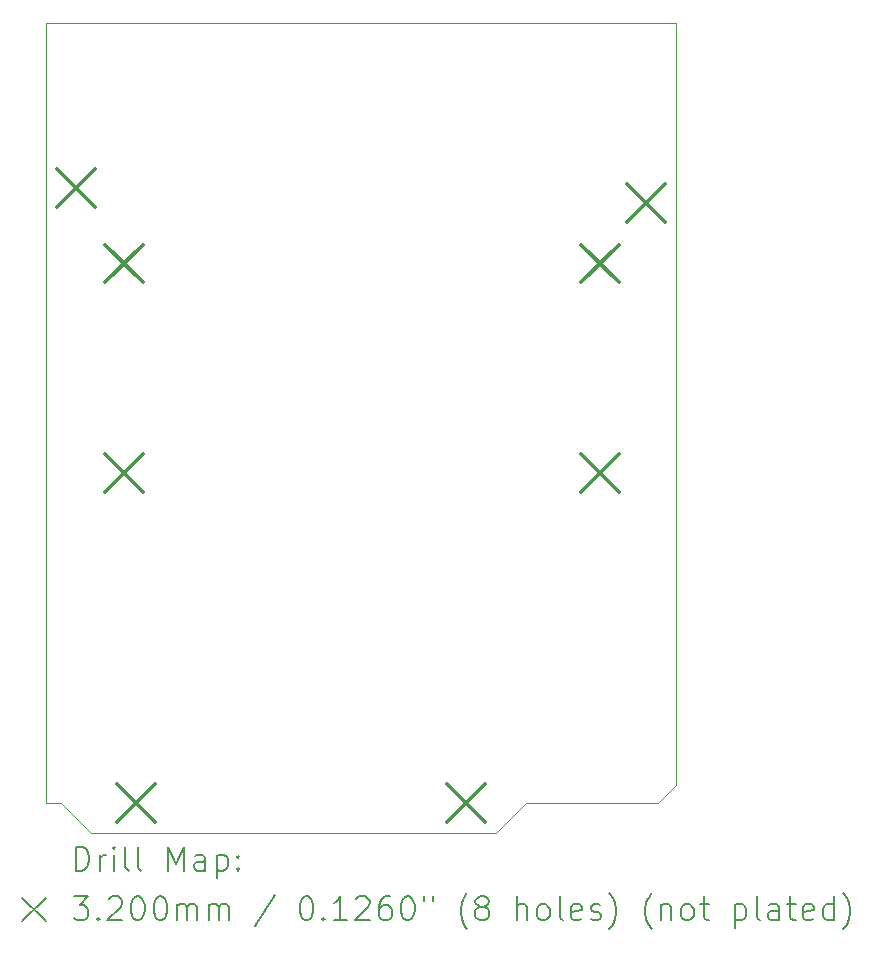
<source format=gbr>
%TF.GenerationSoftware,KiCad,Pcbnew,(6.0.11)*%
%TF.CreationDate,2024-01-05T14:55:54+00:00*%
%TF.ProjectId,EcoIDTester,45636f49-4454-4657-9374-65722e6b6963,rev?*%
%TF.SameCoordinates,Original*%
%TF.FileFunction,Drillmap*%
%TF.FilePolarity,Positive*%
%FSLAX45Y45*%
G04 Gerber Fmt 4.5, Leading zero omitted, Abs format (unit mm)*
G04 Created by KiCad (PCBNEW (6.0.11)) date 2024-01-05 14:55:54*
%MOMM*%
%LPD*%
G01*
G04 APERTURE LIST*
%ADD10C,0.100000*%
%ADD11C,0.200000*%
%ADD12C,0.320000*%
G04 APERTURE END LIST*
D10*
X22624000Y-3470000D02*
X17291000Y-3468000D01*
X21355000Y-10072000D02*
X22472000Y-10072000D01*
X22472000Y-10072000D02*
X22625000Y-9920000D01*
X22625000Y-9920000D02*
X22624000Y-3470000D01*
X17291000Y-10071000D02*
X17417000Y-10071000D01*
X17671000Y-10325000D02*
X21100000Y-10326000D01*
X21100000Y-10326000D02*
X21355000Y-10072000D01*
X17417000Y-10071000D02*
X17671000Y-10325000D01*
X17291000Y-3468000D02*
X17291000Y-10071000D01*
D11*
D12*
X17385000Y-4705000D02*
X17705000Y-5025000D01*
X17705000Y-4705000D02*
X17385000Y-5025000D01*
X17788000Y-5342000D02*
X18108000Y-5662000D01*
X18108000Y-5342000D02*
X17788000Y-5662000D01*
X17788000Y-7118000D02*
X18108000Y-7438000D01*
X18108000Y-7118000D02*
X17788000Y-7438000D01*
X17893000Y-9912000D02*
X18213000Y-10232000D01*
X18213000Y-9912000D02*
X17893000Y-10232000D01*
X20687000Y-9912000D02*
X21007000Y-10232000D01*
X21007000Y-9912000D02*
X20687000Y-10232000D01*
X21823000Y-5342000D02*
X22143000Y-5662000D01*
X22143000Y-5342000D02*
X21823000Y-5662000D01*
X21823000Y-7118000D02*
X22143000Y-7438000D01*
X22143000Y-7118000D02*
X21823000Y-7438000D01*
X22211000Y-4832000D02*
X22531000Y-5152000D01*
X22531000Y-4832000D02*
X22211000Y-5152000D01*
D11*
X17543619Y-10641476D02*
X17543619Y-10441476D01*
X17591238Y-10441476D01*
X17619810Y-10451000D01*
X17638857Y-10470048D01*
X17648381Y-10489095D01*
X17657905Y-10527190D01*
X17657905Y-10555762D01*
X17648381Y-10593857D01*
X17638857Y-10612905D01*
X17619810Y-10631952D01*
X17591238Y-10641476D01*
X17543619Y-10641476D01*
X17743619Y-10641476D02*
X17743619Y-10508143D01*
X17743619Y-10546238D02*
X17753143Y-10527190D01*
X17762667Y-10517667D01*
X17781714Y-10508143D01*
X17800762Y-10508143D01*
X17867429Y-10641476D02*
X17867429Y-10508143D01*
X17867429Y-10441476D02*
X17857905Y-10451000D01*
X17867429Y-10460524D01*
X17876952Y-10451000D01*
X17867429Y-10441476D01*
X17867429Y-10460524D01*
X17991238Y-10641476D02*
X17972190Y-10631952D01*
X17962667Y-10612905D01*
X17962667Y-10441476D01*
X18096000Y-10641476D02*
X18076952Y-10631952D01*
X18067429Y-10612905D01*
X18067429Y-10441476D01*
X18324571Y-10641476D02*
X18324571Y-10441476D01*
X18391238Y-10584333D01*
X18457905Y-10441476D01*
X18457905Y-10641476D01*
X18638857Y-10641476D02*
X18638857Y-10536714D01*
X18629333Y-10517667D01*
X18610286Y-10508143D01*
X18572190Y-10508143D01*
X18553143Y-10517667D01*
X18638857Y-10631952D02*
X18619810Y-10641476D01*
X18572190Y-10641476D01*
X18553143Y-10631952D01*
X18543619Y-10612905D01*
X18543619Y-10593857D01*
X18553143Y-10574810D01*
X18572190Y-10565286D01*
X18619810Y-10565286D01*
X18638857Y-10555762D01*
X18734095Y-10508143D02*
X18734095Y-10708143D01*
X18734095Y-10517667D02*
X18753143Y-10508143D01*
X18791238Y-10508143D01*
X18810286Y-10517667D01*
X18819810Y-10527190D01*
X18829333Y-10546238D01*
X18829333Y-10603381D01*
X18819810Y-10622429D01*
X18810286Y-10631952D01*
X18791238Y-10641476D01*
X18753143Y-10641476D01*
X18734095Y-10631952D01*
X18915048Y-10622429D02*
X18924571Y-10631952D01*
X18915048Y-10641476D01*
X18905524Y-10631952D01*
X18915048Y-10622429D01*
X18915048Y-10641476D01*
X18915048Y-10517667D02*
X18924571Y-10527190D01*
X18915048Y-10536714D01*
X18905524Y-10527190D01*
X18915048Y-10517667D01*
X18915048Y-10536714D01*
X17086000Y-10871000D02*
X17286000Y-11071000D01*
X17286000Y-10871000D02*
X17086000Y-11071000D01*
X17524571Y-10861476D02*
X17648381Y-10861476D01*
X17581714Y-10937667D01*
X17610286Y-10937667D01*
X17629333Y-10947190D01*
X17638857Y-10956714D01*
X17648381Y-10975762D01*
X17648381Y-11023381D01*
X17638857Y-11042429D01*
X17629333Y-11051952D01*
X17610286Y-11061476D01*
X17553143Y-11061476D01*
X17534095Y-11051952D01*
X17524571Y-11042429D01*
X17734095Y-11042429D02*
X17743619Y-11051952D01*
X17734095Y-11061476D01*
X17724571Y-11051952D01*
X17734095Y-11042429D01*
X17734095Y-11061476D01*
X17819810Y-10880524D02*
X17829333Y-10871000D01*
X17848381Y-10861476D01*
X17896000Y-10861476D01*
X17915048Y-10871000D01*
X17924571Y-10880524D01*
X17934095Y-10899571D01*
X17934095Y-10918619D01*
X17924571Y-10947190D01*
X17810286Y-11061476D01*
X17934095Y-11061476D01*
X18057905Y-10861476D02*
X18076952Y-10861476D01*
X18096000Y-10871000D01*
X18105524Y-10880524D01*
X18115048Y-10899571D01*
X18124571Y-10937667D01*
X18124571Y-10985286D01*
X18115048Y-11023381D01*
X18105524Y-11042429D01*
X18096000Y-11051952D01*
X18076952Y-11061476D01*
X18057905Y-11061476D01*
X18038857Y-11051952D01*
X18029333Y-11042429D01*
X18019810Y-11023381D01*
X18010286Y-10985286D01*
X18010286Y-10937667D01*
X18019810Y-10899571D01*
X18029333Y-10880524D01*
X18038857Y-10871000D01*
X18057905Y-10861476D01*
X18248381Y-10861476D02*
X18267429Y-10861476D01*
X18286476Y-10871000D01*
X18296000Y-10880524D01*
X18305524Y-10899571D01*
X18315048Y-10937667D01*
X18315048Y-10985286D01*
X18305524Y-11023381D01*
X18296000Y-11042429D01*
X18286476Y-11051952D01*
X18267429Y-11061476D01*
X18248381Y-11061476D01*
X18229333Y-11051952D01*
X18219810Y-11042429D01*
X18210286Y-11023381D01*
X18200762Y-10985286D01*
X18200762Y-10937667D01*
X18210286Y-10899571D01*
X18219810Y-10880524D01*
X18229333Y-10871000D01*
X18248381Y-10861476D01*
X18400762Y-11061476D02*
X18400762Y-10928143D01*
X18400762Y-10947190D02*
X18410286Y-10937667D01*
X18429333Y-10928143D01*
X18457905Y-10928143D01*
X18476952Y-10937667D01*
X18486476Y-10956714D01*
X18486476Y-11061476D01*
X18486476Y-10956714D02*
X18496000Y-10937667D01*
X18515048Y-10928143D01*
X18543619Y-10928143D01*
X18562667Y-10937667D01*
X18572190Y-10956714D01*
X18572190Y-11061476D01*
X18667429Y-11061476D02*
X18667429Y-10928143D01*
X18667429Y-10947190D02*
X18676952Y-10937667D01*
X18696000Y-10928143D01*
X18724571Y-10928143D01*
X18743619Y-10937667D01*
X18753143Y-10956714D01*
X18753143Y-11061476D01*
X18753143Y-10956714D02*
X18762667Y-10937667D01*
X18781714Y-10928143D01*
X18810286Y-10928143D01*
X18829333Y-10937667D01*
X18838857Y-10956714D01*
X18838857Y-11061476D01*
X19229333Y-10851952D02*
X19057905Y-11109095D01*
X19486476Y-10861476D02*
X19505524Y-10861476D01*
X19524571Y-10871000D01*
X19534095Y-10880524D01*
X19543619Y-10899571D01*
X19553143Y-10937667D01*
X19553143Y-10985286D01*
X19543619Y-11023381D01*
X19534095Y-11042429D01*
X19524571Y-11051952D01*
X19505524Y-11061476D01*
X19486476Y-11061476D01*
X19467429Y-11051952D01*
X19457905Y-11042429D01*
X19448381Y-11023381D01*
X19438857Y-10985286D01*
X19438857Y-10937667D01*
X19448381Y-10899571D01*
X19457905Y-10880524D01*
X19467429Y-10871000D01*
X19486476Y-10861476D01*
X19638857Y-11042429D02*
X19648381Y-11051952D01*
X19638857Y-11061476D01*
X19629333Y-11051952D01*
X19638857Y-11042429D01*
X19638857Y-11061476D01*
X19838857Y-11061476D02*
X19724571Y-11061476D01*
X19781714Y-11061476D02*
X19781714Y-10861476D01*
X19762667Y-10890048D01*
X19743619Y-10909095D01*
X19724571Y-10918619D01*
X19915048Y-10880524D02*
X19924571Y-10871000D01*
X19943619Y-10861476D01*
X19991238Y-10861476D01*
X20010286Y-10871000D01*
X20019810Y-10880524D01*
X20029333Y-10899571D01*
X20029333Y-10918619D01*
X20019810Y-10947190D01*
X19905524Y-11061476D01*
X20029333Y-11061476D01*
X20200762Y-10861476D02*
X20162667Y-10861476D01*
X20143619Y-10871000D01*
X20134095Y-10880524D01*
X20115048Y-10909095D01*
X20105524Y-10947190D01*
X20105524Y-11023381D01*
X20115048Y-11042429D01*
X20124571Y-11051952D01*
X20143619Y-11061476D01*
X20181714Y-11061476D01*
X20200762Y-11051952D01*
X20210286Y-11042429D01*
X20219810Y-11023381D01*
X20219810Y-10975762D01*
X20210286Y-10956714D01*
X20200762Y-10947190D01*
X20181714Y-10937667D01*
X20143619Y-10937667D01*
X20124571Y-10947190D01*
X20115048Y-10956714D01*
X20105524Y-10975762D01*
X20343619Y-10861476D02*
X20362667Y-10861476D01*
X20381714Y-10871000D01*
X20391238Y-10880524D01*
X20400762Y-10899571D01*
X20410286Y-10937667D01*
X20410286Y-10985286D01*
X20400762Y-11023381D01*
X20391238Y-11042429D01*
X20381714Y-11051952D01*
X20362667Y-11061476D01*
X20343619Y-11061476D01*
X20324571Y-11051952D01*
X20315048Y-11042429D01*
X20305524Y-11023381D01*
X20296000Y-10985286D01*
X20296000Y-10937667D01*
X20305524Y-10899571D01*
X20315048Y-10880524D01*
X20324571Y-10871000D01*
X20343619Y-10861476D01*
X20486476Y-10861476D02*
X20486476Y-10899571D01*
X20562667Y-10861476D02*
X20562667Y-10899571D01*
X20857905Y-11137667D02*
X20848381Y-11128143D01*
X20829333Y-11099571D01*
X20819810Y-11080524D01*
X20810286Y-11051952D01*
X20800762Y-11004333D01*
X20800762Y-10966238D01*
X20810286Y-10918619D01*
X20819810Y-10890048D01*
X20829333Y-10871000D01*
X20848381Y-10842429D01*
X20857905Y-10832905D01*
X20962667Y-10947190D02*
X20943619Y-10937667D01*
X20934095Y-10928143D01*
X20924571Y-10909095D01*
X20924571Y-10899571D01*
X20934095Y-10880524D01*
X20943619Y-10871000D01*
X20962667Y-10861476D01*
X21000762Y-10861476D01*
X21019810Y-10871000D01*
X21029333Y-10880524D01*
X21038857Y-10899571D01*
X21038857Y-10909095D01*
X21029333Y-10928143D01*
X21019810Y-10937667D01*
X21000762Y-10947190D01*
X20962667Y-10947190D01*
X20943619Y-10956714D01*
X20934095Y-10966238D01*
X20924571Y-10985286D01*
X20924571Y-11023381D01*
X20934095Y-11042429D01*
X20943619Y-11051952D01*
X20962667Y-11061476D01*
X21000762Y-11061476D01*
X21019810Y-11051952D01*
X21029333Y-11042429D01*
X21038857Y-11023381D01*
X21038857Y-10985286D01*
X21029333Y-10966238D01*
X21019810Y-10956714D01*
X21000762Y-10947190D01*
X21276952Y-11061476D02*
X21276952Y-10861476D01*
X21362667Y-11061476D02*
X21362667Y-10956714D01*
X21353143Y-10937667D01*
X21334095Y-10928143D01*
X21305524Y-10928143D01*
X21286476Y-10937667D01*
X21276952Y-10947190D01*
X21486476Y-11061476D02*
X21467429Y-11051952D01*
X21457905Y-11042429D01*
X21448381Y-11023381D01*
X21448381Y-10966238D01*
X21457905Y-10947190D01*
X21467429Y-10937667D01*
X21486476Y-10928143D01*
X21515048Y-10928143D01*
X21534095Y-10937667D01*
X21543619Y-10947190D01*
X21553143Y-10966238D01*
X21553143Y-11023381D01*
X21543619Y-11042429D01*
X21534095Y-11051952D01*
X21515048Y-11061476D01*
X21486476Y-11061476D01*
X21667429Y-11061476D02*
X21648381Y-11051952D01*
X21638857Y-11032905D01*
X21638857Y-10861476D01*
X21819810Y-11051952D02*
X21800762Y-11061476D01*
X21762667Y-11061476D01*
X21743619Y-11051952D01*
X21734095Y-11032905D01*
X21734095Y-10956714D01*
X21743619Y-10937667D01*
X21762667Y-10928143D01*
X21800762Y-10928143D01*
X21819810Y-10937667D01*
X21829333Y-10956714D01*
X21829333Y-10975762D01*
X21734095Y-10994810D01*
X21905524Y-11051952D02*
X21924571Y-11061476D01*
X21962667Y-11061476D01*
X21981714Y-11051952D01*
X21991238Y-11032905D01*
X21991238Y-11023381D01*
X21981714Y-11004333D01*
X21962667Y-10994810D01*
X21934095Y-10994810D01*
X21915048Y-10985286D01*
X21905524Y-10966238D01*
X21905524Y-10956714D01*
X21915048Y-10937667D01*
X21934095Y-10928143D01*
X21962667Y-10928143D01*
X21981714Y-10937667D01*
X22057905Y-11137667D02*
X22067429Y-11128143D01*
X22086476Y-11099571D01*
X22096000Y-11080524D01*
X22105524Y-11051952D01*
X22115048Y-11004333D01*
X22115048Y-10966238D01*
X22105524Y-10918619D01*
X22096000Y-10890048D01*
X22086476Y-10871000D01*
X22067429Y-10842429D01*
X22057905Y-10832905D01*
X22419809Y-11137667D02*
X22410286Y-11128143D01*
X22391238Y-11099571D01*
X22381714Y-11080524D01*
X22372190Y-11051952D01*
X22362667Y-11004333D01*
X22362667Y-10966238D01*
X22372190Y-10918619D01*
X22381714Y-10890048D01*
X22391238Y-10871000D01*
X22410286Y-10842429D01*
X22419809Y-10832905D01*
X22496000Y-10928143D02*
X22496000Y-11061476D01*
X22496000Y-10947190D02*
X22505524Y-10937667D01*
X22524571Y-10928143D01*
X22553143Y-10928143D01*
X22572190Y-10937667D01*
X22581714Y-10956714D01*
X22581714Y-11061476D01*
X22705524Y-11061476D02*
X22686476Y-11051952D01*
X22676952Y-11042429D01*
X22667428Y-11023381D01*
X22667428Y-10966238D01*
X22676952Y-10947190D01*
X22686476Y-10937667D01*
X22705524Y-10928143D01*
X22734095Y-10928143D01*
X22753143Y-10937667D01*
X22762667Y-10947190D01*
X22772190Y-10966238D01*
X22772190Y-11023381D01*
X22762667Y-11042429D01*
X22753143Y-11051952D01*
X22734095Y-11061476D01*
X22705524Y-11061476D01*
X22829333Y-10928143D02*
X22905524Y-10928143D01*
X22857905Y-10861476D02*
X22857905Y-11032905D01*
X22867428Y-11051952D01*
X22886476Y-11061476D01*
X22905524Y-11061476D01*
X23124571Y-10928143D02*
X23124571Y-11128143D01*
X23124571Y-10937667D02*
X23143619Y-10928143D01*
X23181714Y-10928143D01*
X23200762Y-10937667D01*
X23210286Y-10947190D01*
X23219809Y-10966238D01*
X23219809Y-11023381D01*
X23210286Y-11042429D01*
X23200762Y-11051952D01*
X23181714Y-11061476D01*
X23143619Y-11061476D01*
X23124571Y-11051952D01*
X23334095Y-11061476D02*
X23315048Y-11051952D01*
X23305524Y-11032905D01*
X23305524Y-10861476D01*
X23496000Y-11061476D02*
X23496000Y-10956714D01*
X23486476Y-10937667D01*
X23467428Y-10928143D01*
X23429333Y-10928143D01*
X23410286Y-10937667D01*
X23496000Y-11051952D02*
X23476952Y-11061476D01*
X23429333Y-11061476D01*
X23410286Y-11051952D01*
X23400762Y-11032905D01*
X23400762Y-11013857D01*
X23410286Y-10994810D01*
X23429333Y-10985286D01*
X23476952Y-10985286D01*
X23496000Y-10975762D01*
X23562667Y-10928143D02*
X23638857Y-10928143D01*
X23591238Y-10861476D02*
X23591238Y-11032905D01*
X23600762Y-11051952D01*
X23619809Y-11061476D01*
X23638857Y-11061476D01*
X23781714Y-11051952D02*
X23762667Y-11061476D01*
X23724571Y-11061476D01*
X23705524Y-11051952D01*
X23696000Y-11032905D01*
X23696000Y-10956714D01*
X23705524Y-10937667D01*
X23724571Y-10928143D01*
X23762667Y-10928143D01*
X23781714Y-10937667D01*
X23791238Y-10956714D01*
X23791238Y-10975762D01*
X23696000Y-10994810D01*
X23962667Y-11061476D02*
X23962667Y-10861476D01*
X23962667Y-11051952D02*
X23943619Y-11061476D01*
X23905524Y-11061476D01*
X23886476Y-11051952D01*
X23876952Y-11042429D01*
X23867428Y-11023381D01*
X23867428Y-10966238D01*
X23876952Y-10947190D01*
X23886476Y-10937667D01*
X23905524Y-10928143D01*
X23943619Y-10928143D01*
X23962667Y-10937667D01*
X24038857Y-11137667D02*
X24048381Y-11128143D01*
X24067428Y-11099571D01*
X24076952Y-11080524D01*
X24086476Y-11051952D01*
X24096000Y-11004333D01*
X24096000Y-10966238D01*
X24086476Y-10918619D01*
X24076952Y-10890048D01*
X24067428Y-10871000D01*
X24048381Y-10842429D01*
X24038857Y-10832905D01*
M02*

</source>
